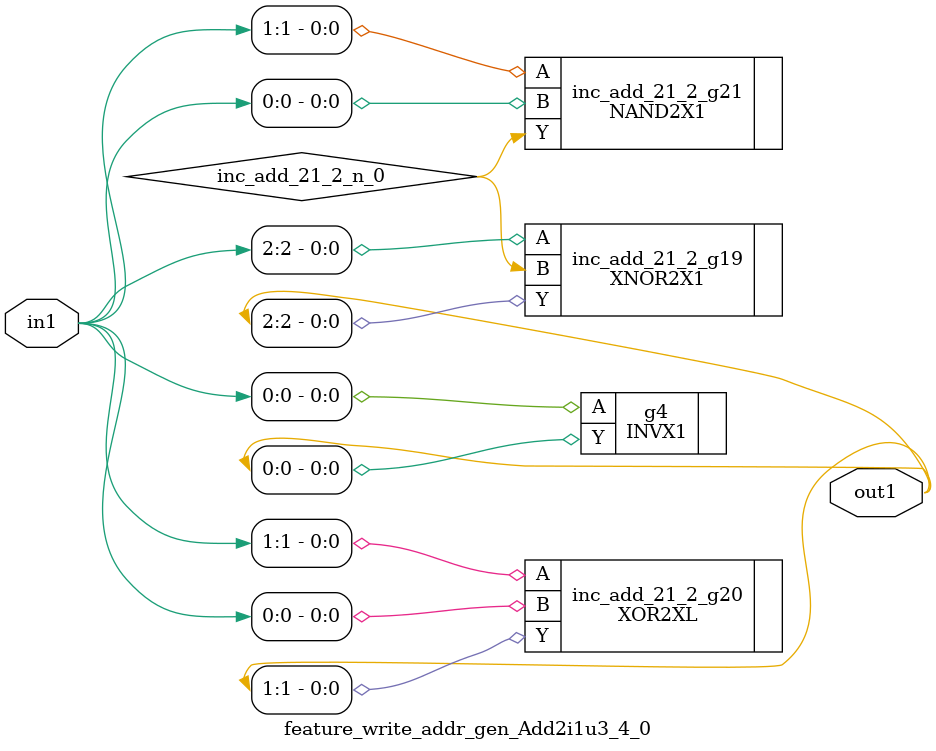
<source format=v>
`timescale 1ps / 1ps


module feature_write_addr_gen_Add2i1u3_4_0(in1, out1);
  input [2:0] in1;
  output [2:0] out1;
  wire [2:0] in1;
  wire [2:0] out1;
  wire inc_add_21_2_n_0;
  INVX1 g4(.A (in1[0]), .Y (out1[0]));
  XNOR2X1 inc_add_21_2_g19(.A (in1[2]), .B (inc_add_21_2_n_0), .Y
       (out1[2]));
  XOR2XL inc_add_21_2_g20(.A (in1[1]), .B (in1[0]), .Y (out1[1]));
  NAND2X1 inc_add_21_2_g21(.A (in1[1]), .B (in1[0]), .Y
       (inc_add_21_2_n_0));
endmodule



</source>
